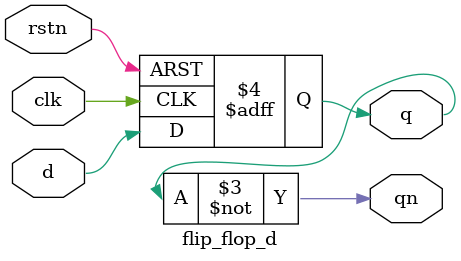
<source format=v>
module flip_flop_d (input d,  
            input clk,  
            input rstn,  
            output reg q,  
            output qn);

   always @ (posedge clk or negedge rstn)  
      if (!rstn)  
         q <= 0;  
      else  
         q <= d;  

   assign qn = ~q;  
endmodule  
</source>
